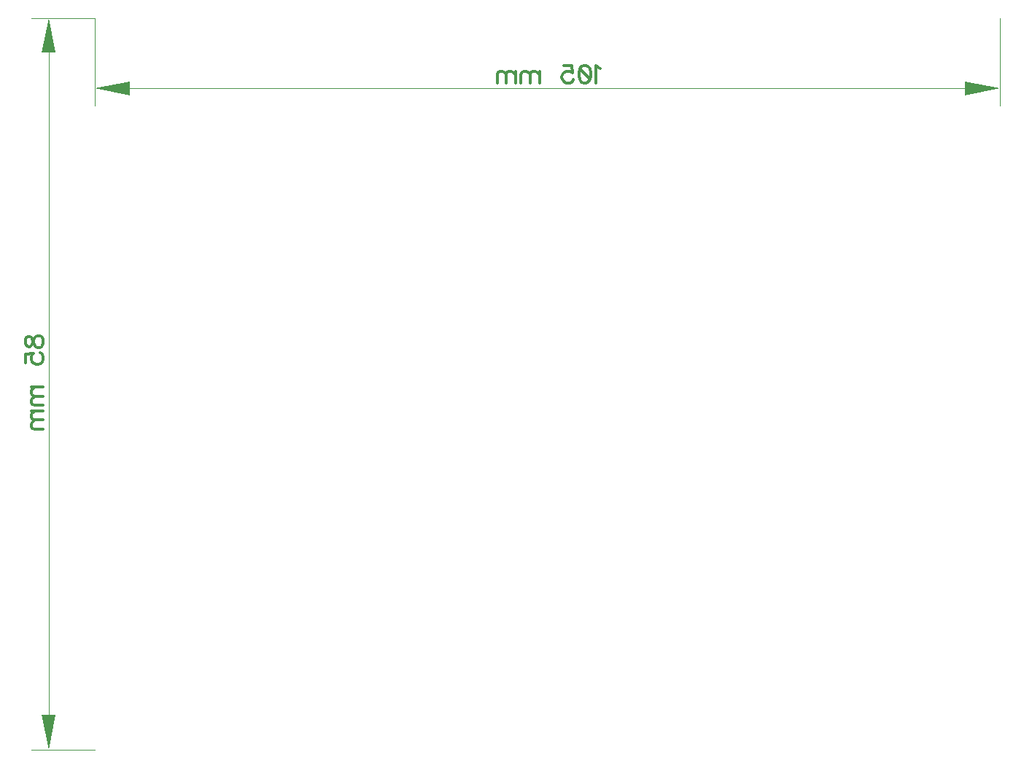
<source format=gbo>
G04 DipTrace 3.3.1.3*
G04 HypermaqBottomsidev0.3.gbo*
%MOMM*%
G04 #@! TF.FileFunction,Legend,Bot*
G04 #@! TF.Part,Single*
%ADD13C,0.035*%
%ADD180C,0.31373*%
%FSLAX35Y35*%
G04*
G71*
G90*
G75*
G01*
G04 BotSilk*
%LPD*%
X1000000Y9500000D2*
D13*
Y8483625D1*
X11500000Y9500000D2*
Y8483625D1*
X6250000Y8683625D2*
X1400000D1*
G36*
X1000000D2*
X1400000Y8763625D1*
Y8603625D1*
X1000000Y8683625D1*
G37*
X6250000D2*
D13*
X11100000D1*
G36*
X11500000D2*
X11100000Y8603625D1*
Y8763625D1*
X11500000Y8683625D1*
G37*
X1000000Y1000000D2*
D13*
X260375D1*
X1000000Y9500000D2*
X260375D1*
X460375Y5250000D2*
Y1400000D1*
G36*
Y1000000D2*
X380375Y1400000D1*
X540375D1*
X460375Y1000000D1*
G37*
Y5250000D2*
D13*
Y9100000D1*
G36*
Y9500000D2*
X540375Y9100000D1*
X380375D1*
X460375Y9500000D1*
G37*
X6864480Y8910748D2*
D180*
X6844938Y8920631D1*
X6815738Y8949606D1*
Y8745656D1*
X6694593Y8949606D2*
X6723793Y8939948D1*
X6743335Y8910748D1*
X6752993Y8862231D1*
Y8833031D1*
X6743335Y8784514D1*
X6723793Y8755314D1*
X6694593Y8745656D1*
X6675276D1*
X6646076Y8755314D1*
X6626759Y8784514D1*
X6616876Y8833031D1*
Y8862231D1*
X6626759Y8910748D1*
X6646076Y8939948D1*
X6675276Y8949606D1*
X6694593D1*
X6626759Y8910748D2*
X6743335Y8784514D1*
X6437556Y8949606D2*
X6534590D1*
X6544248Y8862231D1*
X6534590Y8871889D1*
X6505390Y8881773D1*
X6476414D1*
X6447214Y8871889D1*
X6427673Y8852573D1*
X6418014Y8823373D1*
Y8804056D1*
X6427673Y8774856D1*
X6447214Y8755314D1*
X6476414Y8745656D1*
X6505390D1*
X6534590Y8755314D1*
X6544248Y8765197D1*
X6554131Y8784514D1*
X6157755Y8881773D2*
Y8745656D1*
Y8842914D2*
X6128555Y8872114D1*
X6109013Y8881773D1*
X6080038D1*
X6060496Y8872114D1*
X6050838Y8842914D1*
Y8745656D1*
Y8842914D2*
X6021638Y8872114D1*
X6002096Y8881773D1*
X5973121D1*
X5953579Y8872114D1*
X5943696Y8842914D1*
Y8745656D1*
X5880951Y8881773D2*
Y8745656D1*
Y8842914D2*
X5851751Y8872114D1*
X5832210Y8881773D1*
X5803234D1*
X5783693Y8872114D1*
X5774034Y8842914D1*
Y8745656D1*
Y8842914D2*
X5744834Y8872114D1*
X5725293Y8881773D1*
X5696317D1*
X5676776Y8872114D1*
X5666893Y8842914D1*
Y8745656D1*
X194394Y5760107D2*
X204052Y5789083D1*
X223369Y5798966D1*
X242911D1*
X262227Y5789083D1*
X272111Y5769766D1*
X281769Y5730907D1*
X291427Y5701707D1*
X310969Y5682390D1*
X330286Y5672732D1*
X359486D1*
X378803Y5682390D1*
X388686Y5692049D1*
X398344Y5721249D1*
Y5760107D1*
X388686Y5789083D1*
X378803Y5798966D1*
X359486Y5808624D1*
X330286D1*
X310969Y5798966D1*
X291427Y5779424D1*
X281769Y5750449D1*
X272111Y5711590D1*
X262227Y5692049D1*
X242911Y5682390D1*
X223369D1*
X204052Y5692049D1*
X194394Y5721249D1*
Y5760107D1*
Y5493411D2*
Y5590445D1*
X281769Y5600104D1*
X272111Y5590445D1*
X262227Y5561245D1*
Y5532270D1*
X272111Y5503070D1*
X291427Y5483528D1*
X320627Y5473870D1*
X339944D1*
X369144Y5483528D1*
X388686Y5503070D1*
X398344Y5532270D1*
Y5561245D1*
X388686Y5590445D1*
X378803Y5600104D1*
X359486Y5609987D1*
X262227Y5213610D2*
X398344D1*
X301086D2*
X271886Y5184410D1*
X262227Y5164869D1*
Y5135893D1*
X271886Y5116352D1*
X301086Y5106693D1*
X398344D1*
X301086D2*
X271886Y5077493D1*
X262227Y5057952D1*
Y5028977D1*
X271886Y5009435D1*
X301086Y4999552D1*
X398344D1*
X262227Y4936807D2*
X398344D1*
X301086D2*
X271886Y4907607D1*
X262227Y4888065D1*
Y4859090D1*
X271886Y4839548D1*
X301086Y4829890D1*
X398344D1*
X301086D2*
X271886Y4800690D1*
X262227Y4781148D1*
Y4752173D1*
X271886Y4732631D1*
X301086Y4722748D1*
X398344D1*
M02*

</source>
